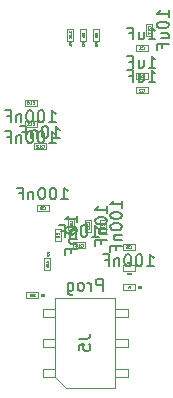
<source format=gbr>
G04 #@! TF.GenerationSoftware,KiCad,Pcbnew,5.0.1-33cea8e~66~ubuntu18.04.1*
G04 #@! TF.CreationDate,2018-10-16T23:10:54+02:00*
G04 #@! TF.ProjectId,TinyFPGA-BX,54696E79465047412D42582E6B696361,rev?*
G04 #@! TF.SameCoordinates,Original*
G04 #@! TF.FileFunction,Other,Fab,Bot*
%FSLAX46Y46*%
G04 Gerber Fmt 4.6, Leading zero omitted, Abs format (unit mm)*
G04 Created by KiCad (PCBNEW 5.0.1-33cea8e~66~ubuntu18.04.1) date di 16 okt 2018 23:10:54 CEST*
%MOMM*%
%LPD*%
G01*
G04 APERTURE LIST*
%ADD10C,0.100000*%
%ADD11C,0.150000*%
%ADD12C,0.040000*%
%ADD13C,0.050000*%
%ADD14C,0.031750*%
G04 APERTURE END LIST*
D10*
G04 #@! TO.C,C12*
X147843000Y-112018000D02*
X146843000Y-112018000D01*
X147843000Y-112518000D02*
X147843000Y-112018000D01*
X146843000Y-112518000D02*
X147843000Y-112518000D01*
X146843000Y-112018000D02*
X146843000Y-112518000D01*
G04 #@! TO.C,J5*
X153685000Y-125095000D02*
X148605000Y-125095000D01*
X149555000Y-132715000D02*
X153685000Y-132715000D01*
X148605000Y-125095000D02*
X148605000Y-131765000D01*
X148605000Y-131765000D02*
X149555000Y-132715000D01*
X153685000Y-132715000D02*
X153685000Y-125095000D01*
X148605000Y-131765000D02*
X147545000Y-131765000D01*
X147545000Y-131765000D02*
X147545000Y-131125000D01*
X147545000Y-131125000D02*
X148605000Y-131125000D01*
X153685000Y-131765000D02*
X154745000Y-131765000D01*
X154745000Y-131765000D02*
X154745000Y-131125000D01*
X154745000Y-131125000D02*
X153685000Y-131125000D01*
X148605000Y-129225000D02*
X147545000Y-129225000D01*
X147545000Y-129225000D02*
X147545000Y-128585000D01*
X147545000Y-128585000D02*
X148605000Y-128585000D01*
X153685000Y-129225000D02*
X154745000Y-129225000D01*
X154745000Y-129225000D02*
X154745000Y-128585000D01*
X154745000Y-128585000D02*
X153685000Y-128585000D01*
X148605000Y-126685000D02*
X147545000Y-126685000D01*
X147545000Y-126685000D02*
X147545000Y-126045000D01*
X147545000Y-126045000D02*
X148605000Y-126045000D01*
X153685000Y-126685000D02*
X154745000Y-126685000D01*
X154745000Y-126685000D02*
X154745000Y-126045000D01*
X154745000Y-126045000D02*
X153685000Y-126045000D01*
G04 #@! TO.C,R6*
X155382000Y-124456000D02*
X155382000Y-123956000D01*
X154382000Y-124456000D02*
X155382000Y-124456000D01*
X154382000Y-123956000D02*
X154382000Y-124456000D01*
X155382000Y-123956000D02*
X154382000Y-123956000D01*
G04 #@! TO.C,R7*
X148205000Y-121743000D02*
X147705000Y-121743000D01*
X148205000Y-122743000D02*
X148205000Y-121743000D01*
X147705000Y-122743000D02*
X148205000Y-122743000D01*
X147705000Y-121743000D02*
X147705000Y-122743000D01*
G04 #@! TO.C,R5*
X147185000Y-125091000D02*
X147185000Y-124591000D01*
X146185000Y-125091000D02*
X147185000Y-125091000D01*
X146185000Y-124591000D02*
X146185000Y-125091000D01*
X147185000Y-124591000D02*
X146185000Y-124591000D01*
G04 #@! TO.C,R4*
X149737000Y-119303000D02*
X150237000Y-119303000D01*
X149737000Y-118303000D02*
X149737000Y-119303000D01*
X150237000Y-118303000D02*
X149737000Y-118303000D01*
X150237000Y-119303000D02*
X150237000Y-118303000D01*
G04 #@! TO.C,R1*
X150110000Y-102306500D02*
X149610000Y-102306500D01*
X150110000Y-103306500D02*
X150110000Y-102306500D01*
X149610000Y-103306500D02*
X150110000Y-103306500D01*
X149610000Y-102306500D02*
X149610000Y-103306500D01*
G04 #@! TO.C,R2*
X150753000Y-103312000D02*
X151253000Y-103312000D01*
X150753000Y-102312000D02*
X150753000Y-103312000D01*
X151253000Y-102312000D02*
X150753000Y-102312000D01*
X151253000Y-103312000D02*
X151253000Y-102312000D01*
G04 #@! TO.C,R3*
X151832500Y-103312000D02*
X152332500Y-103312000D01*
X151832500Y-102312000D02*
X151832500Y-103312000D01*
X152332500Y-102312000D02*
X151832500Y-102312000D01*
X152332500Y-103312000D02*
X152332500Y-102312000D01*
G04 #@! TO.C,R10*
X155382000Y-122805000D02*
X155382000Y-122305000D01*
X154382000Y-122805000D02*
X155382000Y-122805000D01*
X154382000Y-122305000D02*
X154382000Y-122805000D01*
X155382000Y-122305000D02*
X154382000Y-122305000D01*
G04 #@! TO.C,C1*
X155436000Y-103673100D02*
X155436000Y-104173100D01*
X155436000Y-104173100D02*
X156436000Y-104173100D01*
X156436000Y-104173100D02*
X156436000Y-103673100D01*
X156436000Y-103673100D02*
X155436000Y-103673100D01*
G04 #@! TO.C,C2*
X156436000Y-107273100D02*
X155436000Y-107273100D01*
X156436000Y-107773100D02*
X156436000Y-107273100D01*
X155436000Y-107773100D02*
X156436000Y-107773100D01*
X155436000Y-107273100D02*
X155436000Y-107773100D01*
G04 #@! TO.C,C4*
X156436000Y-106073100D02*
X155436000Y-106073100D01*
X156436000Y-106573100D02*
X156436000Y-106073100D01*
X155436000Y-106573100D02*
X156436000Y-106573100D01*
X155436000Y-106073100D02*
X155436000Y-106573100D01*
G04 #@! TO.C,C5*
X154336000Y-121027000D02*
X155336000Y-121027000D01*
X154336000Y-120527000D02*
X154336000Y-121027000D01*
X155336000Y-120527000D02*
X154336000Y-120527000D01*
X155336000Y-121027000D02*
X155336000Y-120527000D01*
G04 #@! TO.C,C6*
X149094000Y-119261000D02*
X148594000Y-119261000D01*
X148594000Y-119261000D02*
X148594000Y-120261000D01*
X148594000Y-120261000D02*
X149094000Y-120261000D01*
X149094000Y-120261000D02*
X149094000Y-119261000D01*
G04 #@! TO.C,C8*
X147051000Y-117225000D02*
X147051000Y-117725000D01*
X147051000Y-117725000D02*
X148051000Y-117725000D01*
X148051000Y-117725000D02*
X148051000Y-117225000D01*
X148051000Y-117225000D02*
X147051000Y-117225000D01*
G04 #@! TO.C,C9*
X152904000Y-119499000D02*
X152904000Y-118499000D01*
X152404000Y-119499000D02*
X152904000Y-119499000D01*
X152404000Y-118499000D02*
X152404000Y-119499000D01*
X152904000Y-118499000D02*
X152404000Y-118499000D01*
G04 #@! TO.C,C10*
X146035000Y-108835000D02*
X147035000Y-108835000D01*
X146035000Y-108335000D02*
X146035000Y-108835000D01*
X147035000Y-108335000D02*
X146035000Y-108335000D01*
X147035000Y-108835000D02*
X147035000Y-108335000D01*
G04 #@! TO.C,C11*
X147035000Y-110613000D02*
X147035000Y-110113000D01*
X147035000Y-110113000D02*
X146035000Y-110113000D01*
X146035000Y-110113000D02*
X146035000Y-110613000D01*
X146035000Y-110613000D02*
X147035000Y-110613000D01*
G04 #@! TO.C,C13*
X151634000Y-118476000D02*
X151134000Y-118476000D01*
X151134000Y-118476000D02*
X151134000Y-119476000D01*
X151134000Y-119476000D02*
X151634000Y-119476000D01*
X151634000Y-119476000D02*
X151634000Y-118476000D01*
G04 #@! TO.C,C14*
X151145000Y-120400000D02*
X150145000Y-120400000D01*
X151145000Y-120900000D02*
X151145000Y-120400000D01*
X150145000Y-120900000D02*
X151145000Y-120900000D01*
X150145000Y-120400000D02*
X150145000Y-120900000D01*
G04 #@! TO.C,C17*
X156841000Y-101885000D02*
X156341000Y-101885000D01*
X156341000Y-101885000D02*
X156341000Y-102885000D01*
X156341000Y-102885000D02*
X156841000Y-102885000D01*
X156841000Y-102885000D02*
X156841000Y-101885000D01*
G04 #@! TD*
G04 #@! TO.C,C12*
D11*
X148414428Y-111550380D02*
X148985857Y-111550380D01*
X148700142Y-111550380D02*
X148700142Y-110550380D01*
X148795380Y-110693238D01*
X148890619Y-110788476D01*
X148985857Y-110836095D01*
X147795380Y-110550380D02*
X147700142Y-110550380D01*
X147604904Y-110598000D01*
X147557285Y-110645619D01*
X147509666Y-110740857D01*
X147462047Y-110931333D01*
X147462047Y-111169428D01*
X147509666Y-111359904D01*
X147557285Y-111455142D01*
X147604904Y-111502761D01*
X147700142Y-111550380D01*
X147795380Y-111550380D01*
X147890619Y-111502761D01*
X147938238Y-111455142D01*
X147985857Y-111359904D01*
X148033476Y-111169428D01*
X148033476Y-110931333D01*
X147985857Y-110740857D01*
X147938238Y-110645619D01*
X147890619Y-110598000D01*
X147795380Y-110550380D01*
X147033476Y-110883714D02*
X147033476Y-111550380D01*
X147033476Y-110978952D02*
X146985857Y-110931333D01*
X146890619Y-110883714D01*
X146747761Y-110883714D01*
X146652523Y-110931333D01*
X146604904Y-111026571D01*
X146604904Y-111550380D01*
X145795380Y-111026571D02*
X146128714Y-111026571D01*
X146128714Y-111550380D02*
X146128714Y-110550380D01*
X145652523Y-110550380D01*
D12*
X147503714Y-112357285D02*
X147515619Y-112369190D01*
X147551333Y-112381095D01*
X147575142Y-112381095D01*
X147610857Y-112369190D01*
X147634666Y-112345380D01*
X147646571Y-112321571D01*
X147658476Y-112273952D01*
X147658476Y-112238238D01*
X147646571Y-112190619D01*
X147634666Y-112166809D01*
X147610857Y-112143000D01*
X147575142Y-112131095D01*
X147551333Y-112131095D01*
X147515619Y-112143000D01*
X147503714Y-112154904D01*
X147265619Y-112381095D02*
X147408476Y-112381095D01*
X147337047Y-112381095D02*
X147337047Y-112131095D01*
X147360857Y-112166809D01*
X147384666Y-112190619D01*
X147408476Y-112202523D01*
X147170380Y-112154904D02*
X147158476Y-112143000D01*
X147134666Y-112131095D01*
X147075142Y-112131095D01*
X147051333Y-112143000D01*
X147039428Y-112154904D01*
X147027523Y-112178714D01*
X147027523Y-112202523D01*
X147039428Y-112238238D01*
X147182285Y-112381095D01*
X147027523Y-112381095D01*
G04 #@! TO.C,J5*
D11*
X152621190Y-124487380D02*
X152621190Y-123487380D01*
X152240238Y-123487380D01*
X152145000Y-123535000D01*
X152097380Y-123582619D01*
X152049761Y-123677857D01*
X152049761Y-123820714D01*
X152097380Y-123915952D01*
X152145000Y-123963571D01*
X152240238Y-124011190D01*
X152621190Y-124011190D01*
X151621190Y-124487380D02*
X151621190Y-123820714D01*
X151621190Y-124011190D02*
X151573571Y-123915952D01*
X151525952Y-123868333D01*
X151430714Y-123820714D01*
X151335476Y-123820714D01*
X150859285Y-124487380D02*
X150954523Y-124439761D01*
X151002142Y-124392142D01*
X151049761Y-124296904D01*
X151049761Y-124011190D01*
X151002142Y-123915952D01*
X150954523Y-123868333D01*
X150859285Y-123820714D01*
X150716428Y-123820714D01*
X150621190Y-123868333D01*
X150573571Y-123915952D01*
X150525952Y-124011190D01*
X150525952Y-124296904D01*
X150573571Y-124392142D01*
X150621190Y-124439761D01*
X150716428Y-124487380D01*
X150859285Y-124487380D01*
X149668809Y-123820714D02*
X149668809Y-124630238D01*
X149716428Y-124725476D01*
X149764047Y-124773095D01*
X149859285Y-124820714D01*
X150002142Y-124820714D01*
X150097380Y-124773095D01*
X149668809Y-124439761D02*
X149764047Y-124487380D01*
X149954523Y-124487380D01*
X150049761Y-124439761D01*
X150097380Y-124392142D01*
X150145000Y-124296904D01*
X150145000Y-124011190D01*
X150097380Y-123915952D01*
X150049761Y-123868333D01*
X149954523Y-123820714D01*
X149764047Y-123820714D01*
X149668809Y-123868333D01*
X150597380Y-128571666D02*
X151311666Y-128571666D01*
X151454523Y-128524047D01*
X151549761Y-128428809D01*
X151597380Y-128285952D01*
X151597380Y-128190714D01*
X150597380Y-129524047D02*
X150597380Y-129047857D01*
X151073571Y-129000238D01*
X151025952Y-129047857D01*
X150978333Y-129143095D01*
X150978333Y-129381190D01*
X151025952Y-129476428D01*
X151073571Y-129524047D01*
X151168809Y-129571666D01*
X151406904Y-129571666D01*
X151502142Y-129524047D01*
X151549761Y-129476428D01*
X151597380Y-129381190D01*
X151597380Y-129143095D01*
X151549761Y-129047857D01*
X151502142Y-129000238D01*
G04 #@! TO.C,R6*
D13*
X155790333Y-124296476D02*
X155857000Y-124201238D01*
X155904619Y-124296476D02*
X155904619Y-124096476D01*
X155828428Y-124096476D01*
X155809380Y-124106000D01*
X155799857Y-124115523D01*
X155790333Y-124134571D01*
X155790333Y-124163142D01*
X155799857Y-124182190D01*
X155809380Y-124191714D01*
X155828428Y-124201238D01*
X155904619Y-124201238D01*
X155618904Y-124096476D02*
X155657000Y-124096476D01*
X155676047Y-124106000D01*
X155685571Y-124115523D01*
X155704619Y-124144095D01*
X155714142Y-124182190D01*
X155714142Y-124258380D01*
X155704619Y-124277428D01*
X155695095Y-124286952D01*
X155676047Y-124296476D01*
X155637952Y-124296476D01*
X155618904Y-124286952D01*
X155609380Y-124277428D01*
X155599857Y-124258380D01*
X155599857Y-124210761D01*
X155609380Y-124191714D01*
X155618904Y-124182190D01*
X155637952Y-124172666D01*
X155676047Y-124172666D01*
X155695095Y-124182190D01*
X155704619Y-124191714D01*
X155714142Y-124210761D01*
X154820095Y-124296476D02*
X154886761Y-124201238D01*
X154934380Y-124296476D02*
X154934380Y-124096476D01*
X154858190Y-124096476D01*
X154839142Y-124106000D01*
X154829619Y-124115523D01*
X154820095Y-124134571D01*
X154820095Y-124163142D01*
X154829619Y-124182190D01*
X154839142Y-124191714D01*
X154858190Y-124201238D01*
X154934380Y-124201238D01*
G04 #@! TO.C,R7*
X148095476Y-121334666D02*
X148000238Y-121268000D01*
X148095476Y-121220380D02*
X147895476Y-121220380D01*
X147895476Y-121296571D01*
X147905000Y-121315619D01*
X147914523Y-121325142D01*
X147933571Y-121334666D01*
X147962142Y-121334666D01*
X147981190Y-121325142D01*
X147990714Y-121315619D01*
X148000238Y-121296571D01*
X148000238Y-121220380D01*
X147895476Y-121401333D02*
X147895476Y-121534666D01*
X148095476Y-121448952D01*
X148045476Y-122123952D02*
X148045476Y-122009666D01*
X148045476Y-122066809D02*
X147845476Y-122066809D01*
X147874047Y-122047761D01*
X147893095Y-122028714D01*
X147902619Y-122009666D01*
X147845476Y-122247761D02*
X147845476Y-122266809D01*
X147855000Y-122285857D01*
X147864523Y-122295380D01*
X147883571Y-122304904D01*
X147921666Y-122314428D01*
X147969285Y-122314428D01*
X148007380Y-122304904D01*
X148026428Y-122295380D01*
X148035952Y-122285857D01*
X148045476Y-122266809D01*
X148045476Y-122247761D01*
X148035952Y-122228714D01*
X148026428Y-122219190D01*
X148007380Y-122209666D01*
X147969285Y-122200142D01*
X147921666Y-122200142D01*
X147883571Y-122209666D01*
X147864523Y-122219190D01*
X147855000Y-122228714D01*
X147845476Y-122247761D01*
X148045476Y-122400142D02*
X147845476Y-122400142D01*
X147969285Y-122419190D02*
X148045476Y-122476333D01*
X147912142Y-122476333D02*
X147988333Y-122400142D01*
G04 #@! TO.C,R5*
X147593333Y-124931476D02*
X147660000Y-124836238D01*
X147707619Y-124931476D02*
X147707619Y-124731476D01*
X147631428Y-124731476D01*
X147612380Y-124741000D01*
X147602857Y-124750523D01*
X147593333Y-124769571D01*
X147593333Y-124798142D01*
X147602857Y-124817190D01*
X147612380Y-124826714D01*
X147631428Y-124836238D01*
X147707619Y-124836238D01*
X147412380Y-124731476D02*
X147507619Y-124731476D01*
X147517142Y-124826714D01*
X147507619Y-124817190D01*
X147488571Y-124807666D01*
X147440952Y-124807666D01*
X147421904Y-124817190D01*
X147412380Y-124826714D01*
X147402857Y-124845761D01*
X147402857Y-124893380D01*
X147412380Y-124912428D01*
X147421904Y-124921952D01*
X147440952Y-124931476D01*
X147488571Y-124931476D01*
X147507619Y-124921952D01*
X147517142Y-124912428D01*
X146804047Y-124931476D02*
X146918333Y-124931476D01*
X146861190Y-124931476D02*
X146861190Y-124731476D01*
X146880238Y-124760047D01*
X146899285Y-124779095D01*
X146918333Y-124788619D01*
X146680238Y-124731476D02*
X146661190Y-124731476D01*
X146642142Y-124741000D01*
X146632619Y-124750523D01*
X146623095Y-124769571D01*
X146613571Y-124807666D01*
X146613571Y-124855285D01*
X146623095Y-124893380D01*
X146632619Y-124912428D01*
X146642142Y-124921952D01*
X146661190Y-124931476D01*
X146680238Y-124931476D01*
X146699285Y-124921952D01*
X146708809Y-124912428D01*
X146718333Y-124893380D01*
X146727857Y-124855285D01*
X146727857Y-124807666D01*
X146718333Y-124769571D01*
X146708809Y-124750523D01*
X146699285Y-124741000D01*
X146680238Y-124731476D01*
X146527857Y-124931476D02*
X146527857Y-124731476D01*
X146508809Y-124855285D02*
X146451666Y-124931476D01*
X146451666Y-124798142D02*
X146527857Y-124874333D01*
G04 #@! TO.C,R4*
X150077476Y-119569666D02*
X149982238Y-119503000D01*
X150077476Y-119455380D02*
X149877476Y-119455380D01*
X149877476Y-119531571D01*
X149887000Y-119550619D01*
X149896523Y-119560142D01*
X149915571Y-119569666D01*
X149944142Y-119569666D01*
X149963190Y-119560142D01*
X149972714Y-119550619D01*
X149982238Y-119531571D01*
X149982238Y-119455380D01*
X149944142Y-119741095D02*
X150077476Y-119741095D01*
X149867952Y-119693476D02*
X150010809Y-119645857D01*
X150010809Y-119769666D01*
X150077476Y-118669666D02*
X150077476Y-118555380D01*
X150077476Y-118612523D02*
X149877476Y-118612523D01*
X149906047Y-118593476D01*
X149925095Y-118574428D01*
X149934619Y-118555380D01*
X149877476Y-118793476D02*
X149877476Y-118812523D01*
X149887000Y-118831571D01*
X149896523Y-118841095D01*
X149915571Y-118850619D01*
X149953666Y-118860142D01*
X150001285Y-118860142D01*
X150039380Y-118850619D01*
X150058428Y-118841095D01*
X150067952Y-118831571D01*
X150077476Y-118812523D01*
X150077476Y-118793476D01*
X150067952Y-118774428D01*
X150058428Y-118764904D01*
X150039380Y-118755380D01*
X150001285Y-118745857D01*
X149953666Y-118745857D01*
X149915571Y-118755380D01*
X149896523Y-118764904D01*
X149887000Y-118774428D01*
X149877476Y-118793476D01*
X149877476Y-118983952D02*
X149877476Y-119003000D01*
X149887000Y-119022047D01*
X149896523Y-119031571D01*
X149915571Y-119041095D01*
X149953666Y-119050619D01*
X150001285Y-119050619D01*
X150039380Y-119041095D01*
X150058428Y-119031571D01*
X150067952Y-119022047D01*
X150077476Y-119003000D01*
X150077476Y-118983952D01*
X150067952Y-118964904D01*
X150058428Y-118955380D01*
X150039380Y-118945857D01*
X150001285Y-118936333D01*
X149953666Y-118936333D01*
X149915571Y-118945857D01*
X149896523Y-118955380D01*
X149887000Y-118964904D01*
X149877476Y-118983952D01*
G04 #@! TO.C,R1*
X149950476Y-103573166D02*
X149855238Y-103506500D01*
X149950476Y-103458880D02*
X149750476Y-103458880D01*
X149750476Y-103535071D01*
X149760000Y-103554119D01*
X149769523Y-103563642D01*
X149788571Y-103573166D01*
X149817142Y-103573166D01*
X149836190Y-103563642D01*
X149845714Y-103554119D01*
X149855238Y-103535071D01*
X149855238Y-103458880D01*
X149950476Y-103763642D02*
X149950476Y-103649357D01*
X149950476Y-103706500D02*
X149750476Y-103706500D01*
X149779047Y-103687452D01*
X149798095Y-103668404D01*
X149807619Y-103649357D01*
X149950476Y-102639833D02*
X149950476Y-102525547D01*
X149950476Y-102582690D02*
X149750476Y-102582690D01*
X149779047Y-102563642D01*
X149798095Y-102544595D01*
X149807619Y-102525547D01*
X149931428Y-102725547D02*
X149940952Y-102735071D01*
X149950476Y-102725547D01*
X149940952Y-102716023D01*
X149931428Y-102725547D01*
X149950476Y-102725547D01*
X149750476Y-102916023D02*
X149750476Y-102820785D01*
X149845714Y-102811261D01*
X149836190Y-102820785D01*
X149826666Y-102839833D01*
X149826666Y-102887452D01*
X149836190Y-102906500D01*
X149845714Y-102916023D01*
X149864761Y-102925547D01*
X149912380Y-102925547D01*
X149931428Y-102916023D01*
X149940952Y-102906500D01*
X149950476Y-102887452D01*
X149950476Y-102839833D01*
X149940952Y-102820785D01*
X149931428Y-102811261D01*
X149950476Y-103011261D02*
X149750476Y-103011261D01*
X149874285Y-103030309D02*
X149950476Y-103087452D01*
X149817142Y-103087452D02*
X149893333Y-103011261D01*
G04 #@! TO.C,R2*
X151093476Y-103578666D02*
X150998238Y-103512000D01*
X151093476Y-103464380D02*
X150893476Y-103464380D01*
X150893476Y-103540571D01*
X150903000Y-103559619D01*
X150912523Y-103569142D01*
X150931571Y-103578666D01*
X150960142Y-103578666D01*
X150979190Y-103569142D01*
X150988714Y-103559619D01*
X150998238Y-103540571D01*
X150998238Y-103464380D01*
X150912523Y-103654857D02*
X150903000Y-103664380D01*
X150893476Y-103683428D01*
X150893476Y-103731047D01*
X150903000Y-103750095D01*
X150912523Y-103759619D01*
X150931571Y-103769142D01*
X150950619Y-103769142D01*
X150979190Y-103759619D01*
X151093476Y-103645333D01*
X151093476Y-103769142D01*
X150893476Y-102754857D02*
X150893476Y-102716761D01*
X150903000Y-102697714D01*
X150912523Y-102688190D01*
X150941095Y-102669142D01*
X150979190Y-102659619D01*
X151055380Y-102659619D01*
X151074428Y-102669142D01*
X151083952Y-102678666D01*
X151093476Y-102697714D01*
X151093476Y-102735809D01*
X151083952Y-102754857D01*
X151074428Y-102764380D01*
X151055380Y-102773904D01*
X151007761Y-102773904D01*
X150988714Y-102764380D01*
X150979190Y-102754857D01*
X150969666Y-102735809D01*
X150969666Y-102697714D01*
X150979190Y-102678666D01*
X150988714Y-102669142D01*
X151007761Y-102659619D01*
X150979190Y-102888190D02*
X150969666Y-102869142D01*
X150960142Y-102859619D01*
X150941095Y-102850095D01*
X150931571Y-102850095D01*
X150912523Y-102859619D01*
X150903000Y-102869142D01*
X150893476Y-102888190D01*
X150893476Y-102926285D01*
X150903000Y-102945333D01*
X150912523Y-102954857D01*
X150931571Y-102964380D01*
X150941095Y-102964380D01*
X150960142Y-102954857D01*
X150969666Y-102945333D01*
X150979190Y-102926285D01*
X150979190Y-102888190D01*
X150988714Y-102869142D01*
X150998238Y-102859619D01*
X151017285Y-102850095D01*
X151055380Y-102850095D01*
X151074428Y-102859619D01*
X151083952Y-102869142D01*
X151093476Y-102888190D01*
X151093476Y-102926285D01*
X151083952Y-102945333D01*
X151074428Y-102954857D01*
X151055380Y-102964380D01*
X151017285Y-102964380D01*
X150998238Y-102954857D01*
X150988714Y-102945333D01*
X150979190Y-102926285D01*
G04 #@! TO.C,R3*
X152172976Y-103578666D02*
X152077738Y-103512000D01*
X152172976Y-103464380D02*
X151972976Y-103464380D01*
X151972976Y-103540571D01*
X151982500Y-103559619D01*
X151992023Y-103569142D01*
X152011071Y-103578666D01*
X152039642Y-103578666D01*
X152058690Y-103569142D01*
X152068214Y-103559619D01*
X152077738Y-103540571D01*
X152077738Y-103464380D01*
X151972976Y-103645333D02*
X151972976Y-103769142D01*
X152049166Y-103702476D01*
X152049166Y-103731047D01*
X152058690Y-103750095D01*
X152068214Y-103759619D01*
X152087261Y-103769142D01*
X152134880Y-103769142D01*
X152153928Y-103759619D01*
X152163452Y-103750095D01*
X152172976Y-103731047D01*
X152172976Y-103673904D01*
X152163452Y-103654857D01*
X152153928Y-103645333D01*
X151972976Y-102754857D02*
X151972976Y-102716761D01*
X151982500Y-102697714D01*
X151992023Y-102688190D01*
X152020595Y-102669142D01*
X152058690Y-102659619D01*
X152134880Y-102659619D01*
X152153928Y-102669142D01*
X152163452Y-102678666D01*
X152172976Y-102697714D01*
X152172976Y-102735809D01*
X152163452Y-102754857D01*
X152153928Y-102764380D01*
X152134880Y-102773904D01*
X152087261Y-102773904D01*
X152068214Y-102764380D01*
X152058690Y-102754857D01*
X152049166Y-102735809D01*
X152049166Y-102697714D01*
X152058690Y-102678666D01*
X152068214Y-102669142D01*
X152087261Y-102659619D01*
X152058690Y-102888190D02*
X152049166Y-102869142D01*
X152039642Y-102859619D01*
X152020595Y-102850095D01*
X152011071Y-102850095D01*
X151992023Y-102859619D01*
X151982500Y-102869142D01*
X151972976Y-102888190D01*
X151972976Y-102926285D01*
X151982500Y-102945333D01*
X151992023Y-102954857D01*
X152011071Y-102964380D01*
X152020595Y-102964380D01*
X152039642Y-102954857D01*
X152049166Y-102945333D01*
X152058690Y-102926285D01*
X152058690Y-102888190D01*
X152068214Y-102869142D01*
X152077738Y-102859619D01*
X152096785Y-102850095D01*
X152134880Y-102850095D01*
X152153928Y-102859619D01*
X152163452Y-102869142D01*
X152172976Y-102888190D01*
X152172976Y-102926285D01*
X152163452Y-102945333D01*
X152153928Y-102954857D01*
X152134880Y-102964380D01*
X152096785Y-102964380D01*
X152077738Y-102954857D01*
X152068214Y-102945333D01*
X152058690Y-102926285D01*
G04 #@! TO.C,R10*
D14*
X154953595Y-123082351D02*
X155026166Y-123082351D01*
X154989880Y-123082351D02*
X154989880Y-122955351D01*
X155001976Y-122973494D01*
X155014071Y-122985589D01*
X155026166Y-122991637D01*
X154874976Y-122955351D02*
X154862880Y-122955351D01*
X154850785Y-122961399D01*
X154844738Y-122967446D01*
X154838690Y-122979541D01*
X154832642Y-123003732D01*
X154832642Y-123033970D01*
X154838690Y-123058160D01*
X154844738Y-123070256D01*
X154850785Y-123076303D01*
X154862880Y-123082351D01*
X154874976Y-123082351D01*
X154887071Y-123076303D01*
X154893119Y-123070256D01*
X154899166Y-123058160D01*
X154905214Y-123033970D01*
X154905214Y-123003732D01*
X154899166Y-122979541D01*
X154893119Y-122967446D01*
X154887071Y-122961399D01*
X154874976Y-122955351D01*
X154778214Y-123082351D02*
X154778214Y-122955351D01*
X154766119Y-123033970D02*
X154729833Y-123082351D01*
X154729833Y-122997684D02*
X154778214Y-123046065D01*
X154973642Y-122142351D02*
X155015976Y-122081875D01*
X155046214Y-122142351D02*
X155046214Y-122015351D01*
X154997833Y-122015351D01*
X154985738Y-122021399D01*
X154979690Y-122027446D01*
X154973642Y-122039541D01*
X154973642Y-122057684D01*
X154979690Y-122069779D01*
X154985738Y-122075827D01*
X154997833Y-122081875D01*
X155046214Y-122081875D01*
X154852690Y-122142351D02*
X154925261Y-122142351D01*
X154888976Y-122142351D02*
X154888976Y-122015351D01*
X154901071Y-122033494D01*
X154913166Y-122045589D01*
X154925261Y-122051637D01*
X154774071Y-122015351D02*
X154761976Y-122015351D01*
X154749880Y-122021399D01*
X154743833Y-122027446D01*
X154737785Y-122039541D01*
X154731738Y-122063732D01*
X154731738Y-122093970D01*
X154737785Y-122118160D01*
X154743833Y-122130256D01*
X154749880Y-122136303D01*
X154761976Y-122142351D01*
X154774071Y-122142351D01*
X154786166Y-122136303D01*
X154792214Y-122130256D01*
X154798261Y-122118160D01*
X154804309Y-122093970D01*
X154804309Y-122063732D01*
X154798261Y-122039541D01*
X154792214Y-122027446D01*
X154786166Y-122021399D01*
X154774071Y-122015351D01*
G04 #@! TO.C,C1*
D11*
X156531238Y-103205480D02*
X157102666Y-103205480D01*
X156816952Y-103205480D02*
X156816952Y-102205480D01*
X156912190Y-102348338D01*
X157007428Y-102443576D01*
X157102666Y-102491195D01*
X155674095Y-102538814D02*
X155674095Y-103205480D01*
X156102666Y-102538814D02*
X156102666Y-103062623D01*
X156055047Y-103157861D01*
X155959809Y-103205480D01*
X155816952Y-103205480D01*
X155721714Y-103157861D01*
X155674095Y-103110242D01*
X154864571Y-102681671D02*
X155197904Y-102681671D01*
X155197904Y-103205480D02*
X155197904Y-102205480D01*
X154721714Y-102205480D01*
D12*
X155977666Y-104012385D02*
X155989571Y-104024290D01*
X156025285Y-104036195D01*
X156049095Y-104036195D01*
X156084809Y-104024290D01*
X156108619Y-104000480D01*
X156120523Y-103976671D01*
X156132428Y-103929052D01*
X156132428Y-103893338D01*
X156120523Y-103845719D01*
X156108619Y-103821909D01*
X156084809Y-103798100D01*
X156049095Y-103786195D01*
X156025285Y-103786195D01*
X155989571Y-103798100D01*
X155977666Y-103810004D01*
X155739571Y-104036195D02*
X155882428Y-104036195D01*
X155811000Y-104036195D02*
X155811000Y-103786195D01*
X155834809Y-103821909D01*
X155858619Y-103845719D01*
X155882428Y-103857623D01*
G04 #@! TO.C,C2*
D11*
X156531238Y-106805480D02*
X157102666Y-106805480D01*
X156816952Y-106805480D02*
X156816952Y-105805480D01*
X156912190Y-105948338D01*
X157007428Y-106043576D01*
X157102666Y-106091195D01*
X155674095Y-106138814D02*
X155674095Y-106805480D01*
X156102666Y-106138814D02*
X156102666Y-106662623D01*
X156055047Y-106757861D01*
X155959809Y-106805480D01*
X155816952Y-106805480D01*
X155721714Y-106757861D01*
X155674095Y-106710242D01*
X154864571Y-106281671D02*
X155197904Y-106281671D01*
X155197904Y-106805480D02*
X155197904Y-105805480D01*
X154721714Y-105805480D01*
D12*
X155977666Y-107612385D02*
X155989571Y-107624290D01*
X156025285Y-107636195D01*
X156049095Y-107636195D01*
X156084809Y-107624290D01*
X156108619Y-107600480D01*
X156120523Y-107576671D01*
X156132428Y-107529052D01*
X156132428Y-107493338D01*
X156120523Y-107445719D01*
X156108619Y-107421909D01*
X156084809Y-107398100D01*
X156049095Y-107386195D01*
X156025285Y-107386195D01*
X155989571Y-107398100D01*
X155977666Y-107410004D01*
X155882428Y-107410004D02*
X155870523Y-107398100D01*
X155846714Y-107386195D01*
X155787190Y-107386195D01*
X155763380Y-107398100D01*
X155751476Y-107410004D01*
X155739571Y-107433814D01*
X155739571Y-107457623D01*
X155751476Y-107493338D01*
X155894333Y-107636195D01*
X155739571Y-107636195D01*
G04 #@! TO.C,C4*
D11*
X156531238Y-105605480D02*
X157102666Y-105605480D01*
X156816952Y-105605480D02*
X156816952Y-104605480D01*
X156912190Y-104748338D01*
X157007428Y-104843576D01*
X157102666Y-104891195D01*
X155674095Y-104938814D02*
X155674095Y-105605480D01*
X156102666Y-104938814D02*
X156102666Y-105462623D01*
X156055047Y-105557861D01*
X155959809Y-105605480D01*
X155816952Y-105605480D01*
X155721714Y-105557861D01*
X155674095Y-105510242D01*
X154864571Y-105081671D02*
X155197904Y-105081671D01*
X155197904Y-105605480D02*
X155197904Y-104605480D01*
X154721714Y-104605480D01*
D12*
X155977666Y-106412385D02*
X155989571Y-106424290D01*
X156025285Y-106436195D01*
X156049095Y-106436195D01*
X156084809Y-106424290D01*
X156108619Y-106400480D01*
X156120523Y-106376671D01*
X156132428Y-106329052D01*
X156132428Y-106293338D01*
X156120523Y-106245719D01*
X156108619Y-106221909D01*
X156084809Y-106198100D01*
X156049095Y-106186195D01*
X156025285Y-106186195D01*
X155989571Y-106198100D01*
X155977666Y-106210004D01*
X155763380Y-106269528D02*
X155763380Y-106436195D01*
X155822904Y-106174290D02*
X155882428Y-106352861D01*
X155727666Y-106352861D01*
G04 #@! TO.C,C5*
D11*
X156383619Y-122399380D02*
X156955047Y-122399380D01*
X156669333Y-122399380D02*
X156669333Y-121399380D01*
X156764571Y-121542238D01*
X156859809Y-121637476D01*
X156955047Y-121685095D01*
X155764571Y-121399380D02*
X155669333Y-121399380D01*
X155574095Y-121447000D01*
X155526476Y-121494619D01*
X155478857Y-121589857D01*
X155431238Y-121780333D01*
X155431238Y-122018428D01*
X155478857Y-122208904D01*
X155526476Y-122304142D01*
X155574095Y-122351761D01*
X155669333Y-122399380D01*
X155764571Y-122399380D01*
X155859809Y-122351761D01*
X155907428Y-122304142D01*
X155955047Y-122208904D01*
X156002666Y-122018428D01*
X156002666Y-121780333D01*
X155955047Y-121589857D01*
X155907428Y-121494619D01*
X155859809Y-121447000D01*
X155764571Y-121399380D01*
X154812190Y-121399380D02*
X154716952Y-121399380D01*
X154621714Y-121447000D01*
X154574095Y-121494619D01*
X154526476Y-121589857D01*
X154478857Y-121780333D01*
X154478857Y-122018428D01*
X154526476Y-122208904D01*
X154574095Y-122304142D01*
X154621714Y-122351761D01*
X154716952Y-122399380D01*
X154812190Y-122399380D01*
X154907428Y-122351761D01*
X154955047Y-122304142D01*
X155002666Y-122208904D01*
X155050285Y-122018428D01*
X155050285Y-121780333D01*
X155002666Y-121589857D01*
X154955047Y-121494619D01*
X154907428Y-121447000D01*
X154812190Y-121399380D01*
X154050285Y-121732714D02*
X154050285Y-122399380D01*
X154050285Y-121827952D02*
X154002666Y-121780333D01*
X153907428Y-121732714D01*
X153764571Y-121732714D01*
X153669333Y-121780333D01*
X153621714Y-121875571D01*
X153621714Y-122399380D01*
X152812190Y-121875571D02*
X153145523Y-121875571D01*
X153145523Y-122399380D02*
X153145523Y-121399380D01*
X152669333Y-121399380D01*
D12*
X154877666Y-120866285D02*
X154889571Y-120878190D01*
X154925285Y-120890095D01*
X154949095Y-120890095D01*
X154984809Y-120878190D01*
X155008619Y-120854380D01*
X155020523Y-120830571D01*
X155032428Y-120782952D01*
X155032428Y-120747238D01*
X155020523Y-120699619D01*
X155008619Y-120675809D01*
X154984809Y-120652000D01*
X154949095Y-120640095D01*
X154925285Y-120640095D01*
X154889571Y-120652000D01*
X154877666Y-120663904D01*
X154651476Y-120640095D02*
X154770523Y-120640095D01*
X154782428Y-120759142D01*
X154770523Y-120747238D01*
X154746714Y-120735333D01*
X154687190Y-120735333D01*
X154663380Y-120747238D01*
X154651476Y-120759142D01*
X154639571Y-120782952D01*
X154639571Y-120842476D01*
X154651476Y-120866285D01*
X154663380Y-120878190D01*
X154687190Y-120890095D01*
X154746714Y-120890095D01*
X154770523Y-120878190D01*
X154782428Y-120866285D01*
G04 #@! TO.C,C6*
D11*
X150466380Y-118689571D02*
X150466380Y-118118142D01*
X150466380Y-118403857D02*
X149466380Y-118403857D01*
X149609238Y-118308619D01*
X149704476Y-118213380D01*
X149752095Y-118118142D01*
X149466380Y-119308619D02*
X149466380Y-119403857D01*
X149514000Y-119499095D01*
X149561619Y-119546714D01*
X149656857Y-119594333D01*
X149847333Y-119641952D01*
X150085428Y-119641952D01*
X150275904Y-119594333D01*
X150371142Y-119546714D01*
X150418761Y-119499095D01*
X150466380Y-119403857D01*
X150466380Y-119308619D01*
X150418761Y-119213380D01*
X150371142Y-119165761D01*
X150275904Y-119118142D01*
X150085428Y-119070523D01*
X149847333Y-119070523D01*
X149656857Y-119118142D01*
X149561619Y-119165761D01*
X149514000Y-119213380D01*
X149466380Y-119308619D01*
X149799714Y-120070523D02*
X150466380Y-120070523D01*
X149894952Y-120070523D02*
X149847333Y-120118142D01*
X149799714Y-120213380D01*
X149799714Y-120356238D01*
X149847333Y-120451476D01*
X149942571Y-120499095D01*
X150466380Y-120499095D01*
X149942571Y-121308619D02*
X149942571Y-120975285D01*
X150466380Y-120975285D02*
X149466380Y-120975285D01*
X149466380Y-121451476D01*
D12*
X148933285Y-119719333D02*
X148945190Y-119707428D01*
X148957095Y-119671714D01*
X148957095Y-119647904D01*
X148945190Y-119612190D01*
X148921380Y-119588380D01*
X148897571Y-119576476D01*
X148849952Y-119564571D01*
X148814238Y-119564571D01*
X148766619Y-119576476D01*
X148742809Y-119588380D01*
X148719000Y-119612190D01*
X148707095Y-119647904D01*
X148707095Y-119671714D01*
X148719000Y-119707428D01*
X148730904Y-119719333D01*
X148707095Y-119933619D02*
X148707095Y-119886000D01*
X148719000Y-119862190D01*
X148730904Y-119850285D01*
X148766619Y-119826476D01*
X148814238Y-119814571D01*
X148909476Y-119814571D01*
X148933285Y-119826476D01*
X148945190Y-119838380D01*
X148957095Y-119862190D01*
X148957095Y-119909809D01*
X148945190Y-119933619D01*
X148933285Y-119945523D01*
X148909476Y-119957428D01*
X148849952Y-119957428D01*
X148826142Y-119945523D01*
X148814238Y-119933619D01*
X148802333Y-119909809D01*
X148802333Y-119862190D01*
X148814238Y-119838380D01*
X148826142Y-119826476D01*
X148849952Y-119814571D01*
G04 #@! TO.C,C8*
D11*
X149098619Y-116757380D02*
X149670047Y-116757380D01*
X149384333Y-116757380D02*
X149384333Y-115757380D01*
X149479571Y-115900238D01*
X149574809Y-115995476D01*
X149670047Y-116043095D01*
X148479571Y-115757380D02*
X148384333Y-115757380D01*
X148289095Y-115805000D01*
X148241476Y-115852619D01*
X148193857Y-115947857D01*
X148146238Y-116138333D01*
X148146238Y-116376428D01*
X148193857Y-116566904D01*
X148241476Y-116662142D01*
X148289095Y-116709761D01*
X148384333Y-116757380D01*
X148479571Y-116757380D01*
X148574809Y-116709761D01*
X148622428Y-116662142D01*
X148670047Y-116566904D01*
X148717666Y-116376428D01*
X148717666Y-116138333D01*
X148670047Y-115947857D01*
X148622428Y-115852619D01*
X148574809Y-115805000D01*
X148479571Y-115757380D01*
X147527190Y-115757380D02*
X147431952Y-115757380D01*
X147336714Y-115805000D01*
X147289095Y-115852619D01*
X147241476Y-115947857D01*
X147193857Y-116138333D01*
X147193857Y-116376428D01*
X147241476Y-116566904D01*
X147289095Y-116662142D01*
X147336714Y-116709761D01*
X147431952Y-116757380D01*
X147527190Y-116757380D01*
X147622428Y-116709761D01*
X147670047Y-116662142D01*
X147717666Y-116566904D01*
X147765285Y-116376428D01*
X147765285Y-116138333D01*
X147717666Y-115947857D01*
X147670047Y-115852619D01*
X147622428Y-115805000D01*
X147527190Y-115757380D01*
X146765285Y-116090714D02*
X146765285Y-116757380D01*
X146765285Y-116185952D02*
X146717666Y-116138333D01*
X146622428Y-116090714D01*
X146479571Y-116090714D01*
X146384333Y-116138333D01*
X146336714Y-116233571D01*
X146336714Y-116757380D01*
X145527190Y-116233571D02*
X145860523Y-116233571D01*
X145860523Y-116757380D02*
X145860523Y-115757380D01*
X145384333Y-115757380D01*
D12*
X147592666Y-117564285D02*
X147604571Y-117576190D01*
X147640285Y-117588095D01*
X147664095Y-117588095D01*
X147699809Y-117576190D01*
X147723619Y-117552380D01*
X147735523Y-117528571D01*
X147747428Y-117480952D01*
X147747428Y-117445238D01*
X147735523Y-117397619D01*
X147723619Y-117373809D01*
X147699809Y-117350000D01*
X147664095Y-117338095D01*
X147640285Y-117338095D01*
X147604571Y-117350000D01*
X147592666Y-117361904D01*
X147449809Y-117445238D02*
X147473619Y-117433333D01*
X147485523Y-117421428D01*
X147497428Y-117397619D01*
X147497428Y-117385714D01*
X147485523Y-117361904D01*
X147473619Y-117350000D01*
X147449809Y-117338095D01*
X147402190Y-117338095D01*
X147378380Y-117350000D01*
X147366476Y-117361904D01*
X147354571Y-117385714D01*
X147354571Y-117397619D01*
X147366476Y-117421428D01*
X147378380Y-117433333D01*
X147402190Y-117445238D01*
X147449809Y-117445238D01*
X147473619Y-117457142D01*
X147485523Y-117469047D01*
X147497428Y-117492857D01*
X147497428Y-117540476D01*
X147485523Y-117564285D01*
X147473619Y-117576190D01*
X147449809Y-117588095D01*
X147402190Y-117588095D01*
X147378380Y-117576190D01*
X147366476Y-117564285D01*
X147354571Y-117540476D01*
X147354571Y-117492857D01*
X147366476Y-117469047D01*
X147378380Y-117457142D01*
X147402190Y-117445238D01*
G04 #@! TO.C,C9*
D11*
X154276380Y-117451380D02*
X154276380Y-116879952D01*
X154276380Y-117165666D02*
X153276380Y-117165666D01*
X153419238Y-117070428D01*
X153514476Y-116975190D01*
X153562095Y-116879952D01*
X153276380Y-118070428D02*
X153276380Y-118165666D01*
X153324000Y-118260904D01*
X153371619Y-118308523D01*
X153466857Y-118356142D01*
X153657333Y-118403761D01*
X153895428Y-118403761D01*
X154085904Y-118356142D01*
X154181142Y-118308523D01*
X154228761Y-118260904D01*
X154276380Y-118165666D01*
X154276380Y-118070428D01*
X154228761Y-117975190D01*
X154181142Y-117927571D01*
X154085904Y-117879952D01*
X153895428Y-117832333D01*
X153657333Y-117832333D01*
X153466857Y-117879952D01*
X153371619Y-117927571D01*
X153324000Y-117975190D01*
X153276380Y-118070428D01*
X153276380Y-119022809D02*
X153276380Y-119118047D01*
X153324000Y-119213285D01*
X153371619Y-119260904D01*
X153466857Y-119308523D01*
X153657333Y-119356142D01*
X153895428Y-119356142D01*
X154085904Y-119308523D01*
X154181142Y-119260904D01*
X154228761Y-119213285D01*
X154276380Y-119118047D01*
X154276380Y-119022809D01*
X154228761Y-118927571D01*
X154181142Y-118879952D01*
X154085904Y-118832333D01*
X153895428Y-118784714D01*
X153657333Y-118784714D01*
X153466857Y-118832333D01*
X153371619Y-118879952D01*
X153324000Y-118927571D01*
X153276380Y-119022809D01*
X153609714Y-119784714D02*
X154276380Y-119784714D01*
X153704952Y-119784714D02*
X153657333Y-119832333D01*
X153609714Y-119927571D01*
X153609714Y-120070428D01*
X153657333Y-120165666D01*
X153752571Y-120213285D01*
X154276380Y-120213285D01*
X153752571Y-121022809D02*
X153752571Y-120689476D01*
X154276380Y-120689476D02*
X153276380Y-120689476D01*
X153276380Y-121165666D01*
D12*
X152743285Y-118957333D02*
X152755190Y-118945428D01*
X152767095Y-118909714D01*
X152767095Y-118885904D01*
X152755190Y-118850190D01*
X152731380Y-118826380D01*
X152707571Y-118814476D01*
X152659952Y-118802571D01*
X152624238Y-118802571D01*
X152576619Y-118814476D01*
X152552809Y-118826380D01*
X152529000Y-118850190D01*
X152517095Y-118885904D01*
X152517095Y-118909714D01*
X152529000Y-118945428D01*
X152540904Y-118957333D01*
X152767095Y-119076380D02*
X152767095Y-119124000D01*
X152755190Y-119147809D01*
X152743285Y-119159714D01*
X152707571Y-119183523D01*
X152659952Y-119195428D01*
X152564714Y-119195428D01*
X152540904Y-119183523D01*
X152529000Y-119171619D01*
X152517095Y-119147809D01*
X152517095Y-119100190D01*
X152529000Y-119076380D01*
X152540904Y-119064476D01*
X152564714Y-119052571D01*
X152624238Y-119052571D01*
X152648047Y-119064476D01*
X152659952Y-119076380D01*
X152671857Y-119100190D01*
X152671857Y-119147809D01*
X152659952Y-119171619D01*
X152648047Y-119183523D01*
X152624238Y-119195428D01*
G04 #@! TO.C,C10*
D11*
X148082619Y-110207380D02*
X148654047Y-110207380D01*
X148368333Y-110207380D02*
X148368333Y-109207380D01*
X148463571Y-109350238D01*
X148558809Y-109445476D01*
X148654047Y-109493095D01*
X147463571Y-109207380D02*
X147368333Y-109207380D01*
X147273095Y-109255000D01*
X147225476Y-109302619D01*
X147177857Y-109397857D01*
X147130238Y-109588333D01*
X147130238Y-109826428D01*
X147177857Y-110016904D01*
X147225476Y-110112142D01*
X147273095Y-110159761D01*
X147368333Y-110207380D01*
X147463571Y-110207380D01*
X147558809Y-110159761D01*
X147606428Y-110112142D01*
X147654047Y-110016904D01*
X147701666Y-109826428D01*
X147701666Y-109588333D01*
X147654047Y-109397857D01*
X147606428Y-109302619D01*
X147558809Y-109255000D01*
X147463571Y-109207380D01*
X146511190Y-109207380D02*
X146415952Y-109207380D01*
X146320714Y-109255000D01*
X146273095Y-109302619D01*
X146225476Y-109397857D01*
X146177857Y-109588333D01*
X146177857Y-109826428D01*
X146225476Y-110016904D01*
X146273095Y-110112142D01*
X146320714Y-110159761D01*
X146415952Y-110207380D01*
X146511190Y-110207380D01*
X146606428Y-110159761D01*
X146654047Y-110112142D01*
X146701666Y-110016904D01*
X146749285Y-109826428D01*
X146749285Y-109588333D01*
X146701666Y-109397857D01*
X146654047Y-109302619D01*
X146606428Y-109255000D01*
X146511190Y-109207380D01*
X145749285Y-109540714D02*
X145749285Y-110207380D01*
X145749285Y-109635952D02*
X145701666Y-109588333D01*
X145606428Y-109540714D01*
X145463571Y-109540714D01*
X145368333Y-109588333D01*
X145320714Y-109683571D01*
X145320714Y-110207380D01*
X144511190Y-109683571D02*
X144844523Y-109683571D01*
X144844523Y-110207380D02*
X144844523Y-109207380D01*
X144368333Y-109207380D01*
D12*
X146695714Y-108674285D02*
X146707619Y-108686190D01*
X146743333Y-108698095D01*
X146767142Y-108698095D01*
X146802857Y-108686190D01*
X146826666Y-108662380D01*
X146838571Y-108638571D01*
X146850476Y-108590952D01*
X146850476Y-108555238D01*
X146838571Y-108507619D01*
X146826666Y-108483809D01*
X146802857Y-108460000D01*
X146767142Y-108448095D01*
X146743333Y-108448095D01*
X146707619Y-108460000D01*
X146695714Y-108471904D01*
X146457619Y-108698095D02*
X146600476Y-108698095D01*
X146529047Y-108698095D02*
X146529047Y-108448095D01*
X146552857Y-108483809D01*
X146576666Y-108507619D01*
X146600476Y-108519523D01*
X146302857Y-108448095D02*
X146279047Y-108448095D01*
X146255238Y-108460000D01*
X146243333Y-108471904D01*
X146231428Y-108495714D01*
X146219523Y-108543333D01*
X146219523Y-108602857D01*
X146231428Y-108650476D01*
X146243333Y-108674285D01*
X146255238Y-108686190D01*
X146279047Y-108698095D01*
X146302857Y-108698095D01*
X146326666Y-108686190D01*
X146338571Y-108674285D01*
X146350476Y-108650476D01*
X146362380Y-108602857D01*
X146362380Y-108543333D01*
X146350476Y-108495714D01*
X146338571Y-108471904D01*
X146326666Y-108460000D01*
X146302857Y-108448095D01*
G04 #@! TO.C,C11*
D11*
X148082619Y-111985380D02*
X148654047Y-111985380D01*
X148368333Y-111985380D02*
X148368333Y-110985380D01*
X148463571Y-111128238D01*
X148558809Y-111223476D01*
X148654047Y-111271095D01*
X147463571Y-110985380D02*
X147368333Y-110985380D01*
X147273095Y-111033000D01*
X147225476Y-111080619D01*
X147177857Y-111175857D01*
X147130238Y-111366333D01*
X147130238Y-111604428D01*
X147177857Y-111794904D01*
X147225476Y-111890142D01*
X147273095Y-111937761D01*
X147368333Y-111985380D01*
X147463571Y-111985380D01*
X147558809Y-111937761D01*
X147606428Y-111890142D01*
X147654047Y-111794904D01*
X147701666Y-111604428D01*
X147701666Y-111366333D01*
X147654047Y-111175857D01*
X147606428Y-111080619D01*
X147558809Y-111033000D01*
X147463571Y-110985380D01*
X146511190Y-110985380D02*
X146415952Y-110985380D01*
X146320714Y-111033000D01*
X146273095Y-111080619D01*
X146225476Y-111175857D01*
X146177857Y-111366333D01*
X146177857Y-111604428D01*
X146225476Y-111794904D01*
X146273095Y-111890142D01*
X146320714Y-111937761D01*
X146415952Y-111985380D01*
X146511190Y-111985380D01*
X146606428Y-111937761D01*
X146654047Y-111890142D01*
X146701666Y-111794904D01*
X146749285Y-111604428D01*
X146749285Y-111366333D01*
X146701666Y-111175857D01*
X146654047Y-111080619D01*
X146606428Y-111033000D01*
X146511190Y-110985380D01*
X145749285Y-111318714D02*
X145749285Y-111985380D01*
X145749285Y-111413952D02*
X145701666Y-111366333D01*
X145606428Y-111318714D01*
X145463571Y-111318714D01*
X145368333Y-111366333D01*
X145320714Y-111461571D01*
X145320714Y-111985380D01*
X144511190Y-111461571D02*
X144844523Y-111461571D01*
X144844523Y-111985380D02*
X144844523Y-110985380D01*
X144368333Y-110985380D01*
D12*
X146695714Y-110452285D02*
X146707619Y-110464190D01*
X146743333Y-110476095D01*
X146767142Y-110476095D01*
X146802857Y-110464190D01*
X146826666Y-110440380D01*
X146838571Y-110416571D01*
X146850476Y-110368952D01*
X146850476Y-110333238D01*
X146838571Y-110285619D01*
X146826666Y-110261809D01*
X146802857Y-110238000D01*
X146767142Y-110226095D01*
X146743333Y-110226095D01*
X146707619Y-110238000D01*
X146695714Y-110249904D01*
X146457619Y-110476095D02*
X146600476Y-110476095D01*
X146529047Y-110476095D02*
X146529047Y-110226095D01*
X146552857Y-110261809D01*
X146576666Y-110285619D01*
X146600476Y-110297523D01*
X146219523Y-110476095D02*
X146362380Y-110476095D01*
X146290952Y-110476095D02*
X146290952Y-110226095D01*
X146314761Y-110261809D01*
X146338571Y-110285619D01*
X146362380Y-110297523D01*
G04 #@! TO.C,C13*
D11*
X153006380Y-117904571D02*
X153006380Y-117333142D01*
X153006380Y-117618857D02*
X152006380Y-117618857D01*
X152149238Y-117523619D01*
X152244476Y-117428380D01*
X152292095Y-117333142D01*
X152006380Y-118523619D02*
X152006380Y-118618857D01*
X152054000Y-118714095D01*
X152101619Y-118761714D01*
X152196857Y-118809333D01*
X152387333Y-118856952D01*
X152625428Y-118856952D01*
X152815904Y-118809333D01*
X152911142Y-118761714D01*
X152958761Y-118714095D01*
X153006380Y-118618857D01*
X153006380Y-118523619D01*
X152958761Y-118428380D01*
X152911142Y-118380761D01*
X152815904Y-118333142D01*
X152625428Y-118285523D01*
X152387333Y-118285523D01*
X152196857Y-118333142D01*
X152101619Y-118380761D01*
X152054000Y-118428380D01*
X152006380Y-118523619D01*
X152339714Y-119285523D02*
X153006380Y-119285523D01*
X152434952Y-119285523D02*
X152387333Y-119333142D01*
X152339714Y-119428380D01*
X152339714Y-119571238D01*
X152387333Y-119666476D01*
X152482571Y-119714095D01*
X153006380Y-119714095D01*
X152482571Y-120523619D02*
X152482571Y-120190285D01*
X153006380Y-120190285D02*
X152006380Y-120190285D01*
X152006380Y-120666476D01*
D12*
X151473285Y-118815285D02*
X151485190Y-118803380D01*
X151497095Y-118767666D01*
X151497095Y-118743857D01*
X151485190Y-118708142D01*
X151461380Y-118684333D01*
X151437571Y-118672428D01*
X151389952Y-118660523D01*
X151354238Y-118660523D01*
X151306619Y-118672428D01*
X151282809Y-118684333D01*
X151259000Y-118708142D01*
X151247095Y-118743857D01*
X151247095Y-118767666D01*
X151259000Y-118803380D01*
X151270904Y-118815285D01*
X151497095Y-119053380D02*
X151497095Y-118910523D01*
X151497095Y-118981952D02*
X151247095Y-118981952D01*
X151282809Y-118958142D01*
X151306619Y-118934333D01*
X151318523Y-118910523D01*
X151247095Y-119136714D02*
X151247095Y-119291476D01*
X151342333Y-119208142D01*
X151342333Y-119243857D01*
X151354238Y-119267666D01*
X151366142Y-119279571D01*
X151389952Y-119291476D01*
X151449476Y-119291476D01*
X151473285Y-119279571D01*
X151485190Y-119267666D01*
X151497095Y-119243857D01*
X151497095Y-119172428D01*
X151485190Y-119148619D01*
X151473285Y-119136714D01*
G04 #@! TO.C,C14*
D11*
X151716428Y-119932380D02*
X152287857Y-119932380D01*
X152002142Y-119932380D02*
X152002142Y-118932380D01*
X152097380Y-119075238D01*
X152192619Y-119170476D01*
X152287857Y-119218095D01*
X151097380Y-118932380D02*
X151002142Y-118932380D01*
X150906904Y-118980000D01*
X150859285Y-119027619D01*
X150811666Y-119122857D01*
X150764047Y-119313333D01*
X150764047Y-119551428D01*
X150811666Y-119741904D01*
X150859285Y-119837142D01*
X150906904Y-119884761D01*
X151002142Y-119932380D01*
X151097380Y-119932380D01*
X151192619Y-119884761D01*
X151240238Y-119837142D01*
X151287857Y-119741904D01*
X151335476Y-119551428D01*
X151335476Y-119313333D01*
X151287857Y-119122857D01*
X151240238Y-119027619D01*
X151192619Y-118980000D01*
X151097380Y-118932380D01*
X150335476Y-119265714D02*
X150335476Y-119932380D01*
X150335476Y-119360952D02*
X150287857Y-119313333D01*
X150192619Y-119265714D01*
X150049761Y-119265714D01*
X149954523Y-119313333D01*
X149906904Y-119408571D01*
X149906904Y-119932380D01*
X149097380Y-119408571D02*
X149430714Y-119408571D01*
X149430714Y-119932380D02*
X149430714Y-118932380D01*
X148954523Y-118932380D01*
D12*
X150805714Y-120739285D02*
X150817619Y-120751190D01*
X150853333Y-120763095D01*
X150877142Y-120763095D01*
X150912857Y-120751190D01*
X150936666Y-120727380D01*
X150948571Y-120703571D01*
X150960476Y-120655952D01*
X150960476Y-120620238D01*
X150948571Y-120572619D01*
X150936666Y-120548809D01*
X150912857Y-120525000D01*
X150877142Y-120513095D01*
X150853333Y-120513095D01*
X150817619Y-120525000D01*
X150805714Y-120536904D01*
X150567619Y-120763095D02*
X150710476Y-120763095D01*
X150639047Y-120763095D02*
X150639047Y-120513095D01*
X150662857Y-120548809D01*
X150686666Y-120572619D01*
X150710476Y-120584523D01*
X150353333Y-120596428D02*
X150353333Y-120763095D01*
X150412857Y-120501190D02*
X150472380Y-120679761D01*
X150317619Y-120679761D01*
G04 #@! TO.C,C17*
D11*
X158213380Y-101313571D02*
X158213380Y-100742142D01*
X158213380Y-101027857D02*
X157213380Y-101027857D01*
X157356238Y-100932619D01*
X157451476Y-100837380D01*
X157499095Y-100742142D01*
X157213380Y-101932619D02*
X157213380Y-102027857D01*
X157261000Y-102123095D01*
X157308619Y-102170714D01*
X157403857Y-102218333D01*
X157594333Y-102265952D01*
X157832428Y-102265952D01*
X158022904Y-102218333D01*
X158118142Y-102170714D01*
X158165761Y-102123095D01*
X158213380Y-102027857D01*
X158213380Y-101932619D01*
X158165761Y-101837380D01*
X158118142Y-101789761D01*
X158022904Y-101742142D01*
X157832428Y-101694523D01*
X157594333Y-101694523D01*
X157403857Y-101742142D01*
X157308619Y-101789761D01*
X157261000Y-101837380D01*
X157213380Y-101932619D01*
X157546714Y-103123095D02*
X158213380Y-103123095D01*
X157546714Y-102694523D02*
X158070523Y-102694523D01*
X158165761Y-102742142D01*
X158213380Y-102837380D01*
X158213380Y-102980238D01*
X158165761Y-103075476D01*
X158118142Y-103123095D01*
X157689571Y-103932619D02*
X157689571Y-103599285D01*
X158213380Y-103599285D02*
X157213380Y-103599285D01*
X157213380Y-104075476D01*
D12*
X156680285Y-102224285D02*
X156692190Y-102212380D01*
X156704095Y-102176666D01*
X156704095Y-102152857D01*
X156692190Y-102117142D01*
X156668380Y-102093333D01*
X156644571Y-102081428D01*
X156596952Y-102069523D01*
X156561238Y-102069523D01*
X156513619Y-102081428D01*
X156489809Y-102093333D01*
X156466000Y-102117142D01*
X156454095Y-102152857D01*
X156454095Y-102176666D01*
X156466000Y-102212380D01*
X156477904Y-102224285D01*
X156704095Y-102462380D02*
X156704095Y-102319523D01*
X156704095Y-102390952D02*
X156454095Y-102390952D01*
X156489809Y-102367142D01*
X156513619Y-102343333D01*
X156525523Y-102319523D01*
X156454095Y-102545714D02*
X156454095Y-102712380D01*
X156704095Y-102605238D01*
G04 #@! TD*
M02*

</source>
